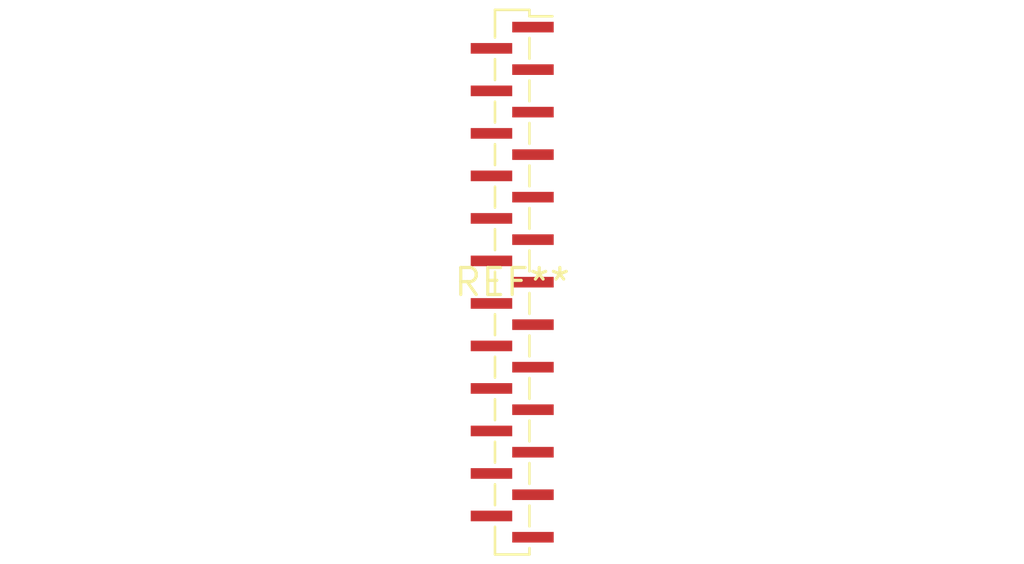
<source format=kicad_pcb>
(kicad_pcb (version 20240108) (generator pcbnew)
  (layers (0 "F.Cu" signal) (31 "B.Cu" signal) (34 "B.Paste" user) (35 "F.Paste" user) (36 "B.SilkS" user "B.Silkscreen") (37 "F.SilkS" user "F.Silkscreen") (38 "B.Mask" user) (39 "F.Mask" user) (44 "Edge.Cuts" user))
  (net 0 "")
  (footprint "PinSocket_1x25_P1.00mm_Vertical_SMD_Pin1Right" (layer "F.Cu") (at 0 0)
    (property "Reference" "REF**")
    (property "Value" "PinSocket_1x25_P1.00mm_Vertical_SMD_Pin1Right")
    (fp_line (start -0.81 -12.81) (end -0.81 -11.51) (layer "F.SilkS") (stroke (width 0.12)))
    (fp_line (start -0.81 -12.81) (end 0.81 -12.81) (layer "F.SilkS") (stroke (width 0.12)))
    (fp_line (start -0.81 -10.49) (end -0.81 -9.51) (layer "F.SilkS") (stroke (width 0.12)))
    (fp_line (start -0.81 -8.49) (end -0.81 -7.51) (layer "F.SilkS") (stroke (width 0.12)))
    (fp_line (start -0.81 -6.49) (end -0.81 -5.51) (layer "F.SilkS") (stroke (width 0.12)))
    (fp_line (start -0.81 -4.49) (end -0.81 -3.51) (layer "F.SilkS") (stroke (width 0.12)))
    (fp_line (start -0.81 -2.49) (end -0.81 -1.51) (layer "F.SilkS") (stroke (width 0.12)))
    (fp_line (start -0.81 -0.49) (end -0.81 0.49) (layer "F.SilkS") (stroke (width 0.12)))
    (fp_line (start -0.81 1.51) (end -0.81 2.49) (layer "F.SilkS") (stroke (width 0.12)))
    (fp_line (start -0.81 3.51) (end -0.81 4.49) (layer "F.SilkS") (stroke (width 0.12)))
    (fp_line (start -0.81 5.51) (end -0.81 6.49) (layer "F.SilkS") (stroke (width 0.12)))
    (fp_line (start -0.81 7.51) (end -0.81 8.49) (layer "F.SilkS") (stroke (width 0.12)))
    (fp_line (start -0.81 9.51) (end -0.81 10.49) (layer "F.SilkS") (stroke (width 0.12)))
    (fp_line (start -0.81 11.51) (end -0.81 12.81) (layer "F.SilkS") (stroke (width 0.12)))
    (fp_line (start -0.81 12.81) (end 0.81 12.81) (layer "F.SilkS") (stroke (width 0.12)))
    (fp_line (start 0.81 -12.81) (end 0.81 -12.51) (layer "F.SilkS") (stroke (width 0.12)))
    (fp_line (start 0.81 -12.51) (end 1.89 -12.51) (layer "F.SilkS") (stroke (width 0.12)))
    (fp_line (start 0.81 -11.49) (end 0.81 -10.51) (layer "F.SilkS") (stroke (width 0.12)))
    (fp_line (start 0.81 -9.49) (end 0.81 -8.51) (layer "F.SilkS") (stroke (width 0.12)))
    (fp_line (start 0.81 -7.49) (end 0.81 -6.51) (layer "F.SilkS") (stroke (width 0.12)))
    (fp_line (start 0.81 -5.49) (end 0.81 -4.51) (layer "F.SilkS") (stroke (width 0.12)))
    (fp_line (start 0.81 -3.49) (end 0.81 -2.51) (layer "F.SilkS") (stroke (width 0.12)))
    (fp_line (start 0.81 -1.49) (end 0.81 -0.51) (layer "F.SilkS") (stroke (width 0.12)))
    (fp_line (start 0.81 0.51) (end 0.81 1.49) (layer "F.SilkS") (stroke (width 0.12)))
    (fp_line (start 0.81 2.51) (end 0.81 3.49) (layer "F.SilkS") (stroke (width 0.12)))
    (fp_line (start 0.81 4.51) (end 0.81 5.49) (layer "F.SilkS") (stroke (width 0.12)))
    (fp_line (start 0.81 6.51) (end 0.81 7.49) (layer "F.SilkS") (stroke (width 0.12)))
    (fp_line (start 0.81 8.51) (end 0.81 9.49) (layer "F.SilkS") (stroke (width 0.12)))
    (fp_line (start 0.81 10.51) (end 0.81 11.49) (layer "F.SilkS") (stroke (width 0.12)))
    (fp_line (start 0.81 12.51) (end 0.81 12.81) (layer "F.SilkS") (stroke (width 0.12)))
    (pad "1" smd rect (at 0.975 -12) (size 1.95 0.5) (layers "F.Cu" "F.Paste" "F.Mask"))
    (pad "2" smd rect (at -0.975 -11) (size 1.95 0.5) (layers "F.Cu" "F.Paste" "F.Mask"))
    (pad "3" smd rect (at 0.975 -10) (size 1.95 0.5) (layers "F.Cu" "F.Paste" "F.Mask"))
    (pad "4" smd rect (at -0.975 -9) (size 1.95 0.5) (layers "F.Cu" "F.Paste" "F.Mask"))
    (pad "5" smd rect (at 0.975 -8) (size 1.95 0.5) (layers "F.Cu" "F.Paste" "F.Mask"))
    (pad "6" smd rect (at -0.975 -7) (size 1.95 0.5) (layers "F.Cu" "F.Paste" "F.Mask"))
    (pad "7" smd rect (at 0.975 -6) (size 1.95 0.5) (layers "F.Cu" "F.Paste" "F.Mask"))
    (pad "8" smd rect (at -0.975 -5) (size 1.95 0.5) (layers "F.Cu" "F.Paste" "F.Mask"))
    (pad "9" smd rect (at 0.975 -4) (size 1.95 0.5) (layers "F.Cu" "F.Paste" "F.Mask"))
    (pad "10" smd rect (at -0.975 -3) (size 1.95 0.5) (layers "F.Cu" "F.Paste" "F.Mask"))
    (pad "11" smd rect (at 0.975 -2) (size 1.95 0.5) (layers "F.Cu" "F.Paste" "F.Mask"))
    (pad "12" smd rect (at -0.975 -1) (size 1.95 0.5) (layers "F.Cu" "F.Paste" "F.Mask"))
    (pad "13" smd rect (at 0.975 0) (size 1.95 0.5) (layers "F.Cu" "F.Paste" "F.Mask"))
    (pad "14" smd rect (at -0.975 1) (size 1.95 0.5) (layers "F.Cu" "F.Paste" "F.Mask"))
    (pad "15" smd rect (at 0.975 2) (size 1.95 0.5) (layers "F.Cu" "F.Paste" "F.Mask"))
    (pad "16" smd rect (at -0.975 3) (size 1.95 0.5) (layers "F.Cu" "F.Paste" "F.Mask"))
    (pad "17" smd rect (at 0.975 4) (size 1.95 0.5) (layers "F.Cu" "F.Paste" "F.Mask"))
    (pad "18" smd rect (at -0.975 5) (size 1.95 0.5) (layers "F.Cu" "F.Paste" "F.Mask"))
    (pad "19" smd rect (at 0.975 6) (size 1.95 0.5) (layers "F.Cu" "F.Paste" "F.Mask"))
    (pad "20" smd rect (at -0.975 7) (size 1.95 0.5) (layers "F.Cu" "F.Paste" "F.Mask"))
    (pad "21" smd rect (at 0.975 8) (size 1.95 0.5) (layers "F.Cu" "F.Paste" "F.Mask"))
    (pad "22" smd rect (at -0.975 9) (size 1.95 0.5) (layers "F.Cu" "F.Paste" "F.Mask"))
    (pad "23" smd rect (at 0.975 10) (size 1.95 0.5) (layers "F.Cu" "F.Paste" "F.Mask"))
    (pad "24" smd rect (at -0.975 11) (size 1.95 0.5) (layers "F.Cu" "F.Paste" "F.Mask"))
    (pad "25" smd rect (at 0.975 12) (size 1.95 0.5) (layers "F.Cu" "F.Paste" "F.Mask"))
  )
)
</source>
